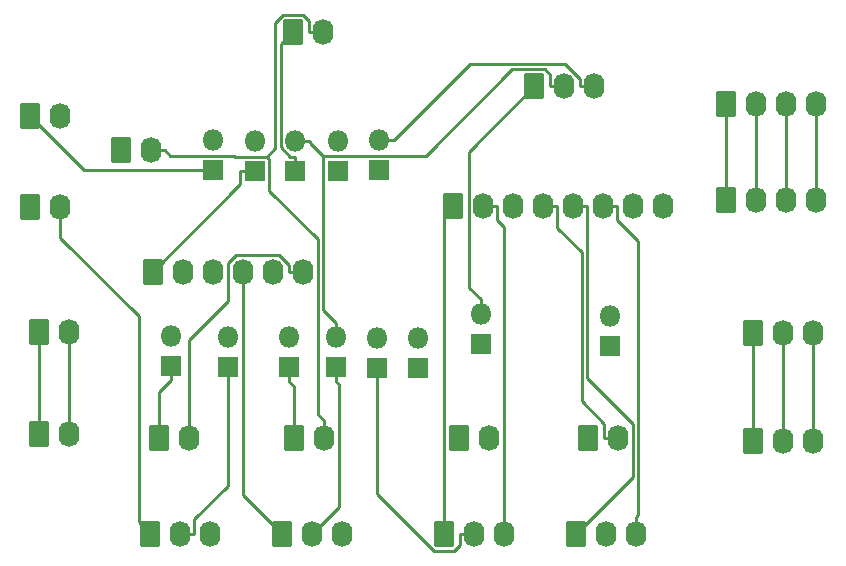
<source format=gbr>
%TF.GenerationSoftware,KiCad,Pcbnew,7.0.9*%
%TF.CreationDate,2023-11-25T10:22:14+10:00*%
%TF.ProjectId,EWS,4557532e-6b69-4636-9164-5f7063625858,rev?*%
%TF.SameCoordinates,Original*%
%TF.FileFunction,Copper,L2,Bot*%
%TF.FilePolarity,Positive*%
%FSLAX46Y46*%
G04 Gerber Fmt 4.6, Leading zero omitted, Abs format (unit mm)*
G04 Created by KiCad (PCBNEW 7.0.9) date 2023-11-25 10:22:14*
%MOMM*%
%LPD*%
G01*
G04 APERTURE LIST*
G04 Aperture macros list*
%AMRoundRect*
0 Rectangle with rounded corners*
0 $1 Rounding radius*
0 $2 $3 $4 $5 $6 $7 $8 $9 X,Y pos of 4 corners*
0 Add a 4 corners polygon primitive as box body*
4,1,4,$2,$3,$4,$5,$6,$7,$8,$9,$2,$3,0*
0 Add four circle primitives for the rounded corners*
1,1,$1+$1,$2,$3*
1,1,$1+$1,$4,$5*
1,1,$1+$1,$6,$7*
1,1,$1+$1,$8,$9*
0 Add four rect primitives between the rounded corners*
20,1,$1+$1,$2,$3,$4,$5,0*
20,1,$1+$1,$4,$5,$6,$7,0*
20,1,$1+$1,$6,$7,$8,$9,0*
20,1,$1+$1,$8,$9,$2,$3,0*%
G04 Aperture macros list end*
%TA.AperFunction,ComponentPad*%
%ADD10RoundRect,0.250000X-0.620000X-0.845000X0.620000X-0.845000X0.620000X0.845000X-0.620000X0.845000X0*%
%TD*%
%TA.AperFunction,ComponentPad*%
%ADD11O,1.740000X2.190000*%
%TD*%
%TA.AperFunction,ComponentPad*%
%ADD12R,1.800000X1.800000*%
%TD*%
%TA.AperFunction,ComponentPad*%
%ADD13O,1.800000X1.800000*%
%TD*%
%TA.AperFunction,Conductor*%
%ADD14C,0.250000*%
%TD*%
G04 APERTURE END LIST*
D10*
%TO.P,J2,1,Pin_1*%
%TO.N,Net-(J2-Pin_1)*%
X98552000Y-82824000D03*
D11*
%TO.P,J2,2,Pin_2*%
%TO.N,Net-(J2-Pin_2)*%
X101092000Y-82824000D03*
%TD*%
D10*
%TO.P,SW7,1,1*%
%TO.N,/ROW5*%
X107900000Y-99860000D03*
D11*
%TO.P,SW7,2,2*%
%TO.N,Net-(D8-K)*%
X110440000Y-99860000D03*
%TO.P,SW7,3,3*%
%TO.N,/ROW6*%
X112980000Y-99860000D03*
%TD*%
D12*
%TO.P,D11,1,K*%
%TO.N,Net-(D11-K)*%
X120210000Y-69180000D03*
D13*
%TO.P,D11,2,A*%
%TO.N,/COL6*%
X120210000Y-66640000D03*
%TD*%
D10*
%TO.P,RV1,1,1*%
%TO.N,/ANALOG_5V*%
X158970000Y-82840000D03*
D11*
%TO.P,RV1,2,2*%
%TO.N,/EW_BRIGHT*%
X161510000Y-82840000D03*
%TO.P,RV1,3,3*%
%TO.N,/ANALOG_GND*%
X164050000Y-82840000D03*
%TD*%
D12*
%TO.P,D7,1,K*%
%TO.N,Net-(D7-K)*%
X109670000Y-85650000D03*
D13*
%TO.P,D7,2,A*%
%TO.N,/COL6*%
X109670000Y-83110000D03*
%TD*%
D10*
%TO.P,J5,1,Pin_1*%
%TO.N,/ANALOG_5V*%
X158970000Y-91984000D03*
D11*
%TO.P,J5,2,Pin_2*%
%TO.N,/EW_BRIGHT*%
X161510000Y-91984000D03*
%TO.P,J5,3,Pin_3*%
%TO.N,/ANALOG_GND*%
X164050000Y-91984000D03*
%TD*%
D10*
%TO.P,SW9,1,1*%
%TO.N,Net-(D9-K)*%
X97790000Y-72250000D03*
D11*
%TO.P,SW9,2,2*%
%TO.N,/ROW5*%
X100330000Y-72250000D03*
%TD*%
D12*
%TO.P,D9,1,K*%
%TO.N,Net-(D9-K)*%
X123800000Y-69180000D03*
D13*
%TO.P,D9,2,A*%
%TO.N,/COL7*%
X123800000Y-66640000D03*
%TD*%
D12*
%TO.P,D4,1,K*%
%TO.N,Net-(D4-K)*%
X127150000Y-85810000D03*
D13*
%TO.P,D4,2,A*%
%TO.N,/COL6*%
X127150000Y-83270000D03*
%TD*%
D10*
%TO.P,J1,1,Pin_1*%
%TO.N,Net-(J1-Pin_1)*%
X156670000Y-71640000D03*
D11*
%TO.P,J1,2,Pin_2*%
%TO.N,Net-(J1-Pin_2)*%
X159210000Y-71640000D03*
%TO.P,J1,3,Pin_3*%
%TO.N,Net-(J1-Pin_3)*%
X161750000Y-71640000D03*
%TO.P,J1,4,Pin_4*%
%TO.N,Net-(J1-Pin_4)*%
X164290000Y-71640000D03*
%TD*%
D10*
%TO.P,SW8,1,1*%
%TO.N,Net-(D7-K)*%
X108708000Y-91740000D03*
D11*
%TO.P,SW8,2,2*%
%TO.N,/ROW4*%
X111248000Y-91740000D03*
%TD*%
D12*
%TO.P,D5,1,K*%
%TO.N,Net-(D5-K)*%
X119660000Y-85730000D03*
D13*
%TO.P,D5,2,A*%
%TO.N,/COL5*%
X119660000Y-83190000D03*
%TD*%
D10*
%TO.P,SW10,1,1*%
%TO.N,Net-(D10-K)*%
X105430000Y-67410000D03*
D11*
%TO.P,SW10,2,2*%
%TO.N,/ROW7*%
X107970000Y-67410000D03*
%TD*%
D12*
%TO.P,D13,1,K*%
%TO.N,Net-(D13-K)*%
X116770000Y-69180000D03*
D13*
%TO.P,D13,2,A*%
%TO.N,/COL7*%
X116770000Y-66640000D03*
%TD*%
D10*
%TO.P,J6,1,Pin_1*%
%TO.N,Net-(D13-K)*%
X108150000Y-77690000D03*
D11*
%TO.P,J6,2,Pin_2*%
%TO.N,/ROW0*%
X110690000Y-77690000D03*
%TO.P,J6,3,Pin_3*%
%TO.N,/ROW1*%
X113230000Y-77690000D03*
%TO.P,J6,4,Pin_4*%
%TO.N,/ROW2*%
X115770000Y-77690000D03*
%TO.P,J6,5,Pin_5*%
%TO.N,/ROW3*%
X118310000Y-77690000D03*
%TO.P,J6,6,Pin_6*%
%TO.N,/ROW4*%
X120850000Y-77690000D03*
%TD*%
D12*
%TO.P,D8,1,K*%
%TO.N,Net-(D8-K)*%
X114510000Y-85730000D03*
D13*
%TO.P,D8,2,A*%
%TO.N,/COL6*%
X114510000Y-83190000D03*
%TD*%
D10*
%TO.P,SW12,1,1*%
%TO.N,Net-(D12-K)*%
X97790000Y-64520000D03*
D11*
%TO.P,SW12,2,2*%
%TO.N,/ROW6*%
X100330000Y-64520000D03*
%TD*%
D10*
%TO.P,J3,1,Pin_1*%
%TO.N,Net-(J2-Pin_1)*%
X98552000Y-91460000D03*
D11*
%TO.P,J3,2,Pin_2*%
%TO.N,Net-(J2-Pin_2)*%
X101092000Y-91460000D03*
%TD*%
D10*
%TO.P,SW5,1,1*%
%TO.N,/ROW2*%
X119078000Y-99860000D03*
D11*
%TO.P,SW5,2,2*%
%TO.N,Net-(D6-K)*%
X121618000Y-99860000D03*
%TO.P,SW5,3,3*%
%TO.N,/ROW3*%
X124158000Y-99860000D03*
%TD*%
D10*
%TO.P,J8,1,Pin_1*%
%TO.N,/ROW0*%
X133590000Y-72150000D03*
D11*
%TO.P,J8,2,Pin_2*%
%TO.N,/ROW1*%
X136130000Y-72150000D03*
%TO.P,J8,3,Pin_3*%
%TO.N,/ROW2*%
X138670000Y-72150000D03*
%TO.P,J8,4,Pin_4*%
%TO.N,/ROW3*%
X141210000Y-72150000D03*
%TO.P,J8,5,Pin_5*%
%TO.N,/ROW4*%
X143750000Y-72150000D03*
%TO.P,J8,6,Pin_6*%
%TO.N,/ROW5*%
X146290000Y-72150000D03*
%TO.P,J8,7,Pin_7*%
%TO.N,/ROW6*%
X148830000Y-72150000D03*
%TO.P,J8,8,Pin_8*%
%TO.N,/ROW7*%
X151370000Y-72150000D03*
%TD*%
D10*
%TO.P,SW3,1,1*%
%TO.N,/ROW0*%
X132794000Y-99860000D03*
D11*
%TO.P,SW3,2,2*%
%TO.N,Net-(D4-K)*%
X135334000Y-99860000D03*
%TO.P,SW3,3,3*%
%TO.N,/ROW1*%
X137874000Y-99860000D03*
%TD*%
D12*
%TO.P,D2,1,K*%
%TO.N,Net-(D2-K)*%
X146900000Y-83940000D03*
D13*
%TO.P,D2,2,A*%
%TO.N,/COL5*%
X146900000Y-81400000D03*
%TD*%
D10*
%TO.P,J7,1,Pin_1*%
%TO.N,/COL5*%
X140462000Y-61976000D03*
D11*
%TO.P,J7,2,Pin_2*%
%TO.N,/COL6*%
X143002000Y-61976000D03*
%TO.P,J7,3,Pin_3*%
%TO.N,/COL7*%
X145542000Y-61976000D03*
%TD*%
D12*
%TO.P,D12,1,K*%
%TO.N,Net-(D12-K)*%
X113284000Y-69088000D03*
D13*
%TO.P,D12,2,A*%
%TO.N,/COL7*%
X113284000Y-66548000D03*
%TD*%
D10*
%TO.P,J4,1,Pin_1*%
%TO.N,Net-(J1-Pin_1)*%
X156670000Y-63492000D03*
D11*
%TO.P,J4,2,Pin_2*%
%TO.N,Net-(J1-Pin_2)*%
X159210000Y-63492000D03*
%TO.P,J4,3,Pin_3*%
%TO.N,Net-(J1-Pin_3)*%
X161750000Y-63492000D03*
%TO.P,J4,4,Pin_4*%
%TO.N,Net-(J1-Pin_4)*%
X164290000Y-63492000D03*
%TD*%
D10*
%TO.P,SW1,1,1*%
%TO.N,/ROW4*%
X143970000Y-99860000D03*
D11*
%TO.P,SW1,2,2*%
%TO.N,Net-(D2-K)*%
X146510000Y-99860000D03*
%TO.P,SW1,3,3*%
%TO.N,/ROW5*%
X149050000Y-99860000D03*
%TD*%
D12*
%TO.P,D1,1,K*%
%TO.N,Net-(D1-K)*%
X135900000Y-83780000D03*
D13*
%TO.P,D1,2,A*%
%TO.N,/COL5*%
X135900000Y-81240000D03*
%TD*%
D12*
%TO.P,D10,1,K*%
%TO.N,Net-(D10-K)*%
X127310000Y-69110000D03*
D13*
%TO.P,D10,2,A*%
%TO.N,/COL7*%
X127310000Y-66570000D03*
%TD*%
D10*
%TO.P,SW2,1,1*%
%TO.N,Net-(D1-K)*%
X145030000Y-91740000D03*
D11*
%TO.P,SW2,2,2*%
%TO.N,/ROW3*%
X147570000Y-91740000D03*
%TD*%
D12*
%TO.P,D3,1,K*%
%TO.N,Net-(D3-K)*%
X130590000Y-85810000D03*
D13*
%TO.P,D3,2,A*%
%TO.N,/COL5*%
X130590000Y-83270000D03*
%TD*%
D10*
%TO.P,SW4,1,1*%
%TO.N,Net-(D3-K)*%
X134108000Y-91740000D03*
D11*
%TO.P,SW4,2,2*%
%TO.N,/ROW6*%
X136648000Y-91740000D03*
%TD*%
D12*
%TO.P,D6,1,K*%
%TO.N,Net-(D6-K)*%
X123640000Y-85765000D03*
D13*
%TO.P,D6,2,A*%
%TO.N,/COL6*%
X123640000Y-83225000D03*
%TD*%
D10*
%TO.P,SW11,1,A*%
%TO.N,Net-(D11-K)*%
X120010000Y-57400000D03*
D11*
%TO.P,SW11,2,B*%
%TO.N,/ROW7*%
X122550000Y-57400000D03*
%TD*%
D10*
%TO.P,SW6,1,1*%
%TO.N,Net-(D5-K)*%
X120138000Y-91740000D03*
D11*
%TO.P,SW6,2,2*%
%TO.N,/ROW7*%
X122678000Y-91740000D03*
%TD*%
D14*
%TO.N,/COL5*%
X134918100Y-79032800D02*
X134918100Y-67519900D01*
X134918100Y-67519900D02*
X140462000Y-61976000D01*
X135900000Y-81240000D02*
X135900000Y-80014700D01*
X135900000Y-80014700D02*
X134918100Y-79032800D01*
%TO.N,Net-(D4-K)*%
X133632600Y-101337300D02*
X134138700Y-100831200D01*
X131964600Y-101337300D02*
X133632600Y-101337300D01*
X135334000Y-99860000D02*
X134138700Y-99860000D01*
X127150000Y-96522700D02*
X131964600Y-101337300D01*
X134138700Y-100831200D02*
X134138700Y-99860000D01*
X127150000Y-85810000D02*
X127150000Y-96522700D01*
%TO.N,Net-(D5-K)*%
X120138000Y-87433300D02*
X120138000Y-91740000D01*
X119660000Y-86955300D02*
X120138000Y-87433300D01*
X119660000Y-85730000D02*
X119660000Y-86955300D01*
%TO.N,Net-(D6-K)*%
X123886100Y-87236400D02*
X123886100Y-97591900D01*
X123886100Y-97591900D02*
X121618000Y-99860000D01*
X123640000Y-86990300D02*
X123886100Y-87236400D01*
X123640000Y-85765000D02*
X123640000Y-86990300D01*
%TO.N,/COL6*%
X120210000Y-66640000D02*
X121435300Y-66640000D01*
X143002000Y-61976000D02*
X141806700Y-61976000D01*
X122574600Y-80934300D02*
X122574600Y-67910000D01*
X141806700Y-61004800D02*
X141806700Y-61976000D01*
X121435300Y-66770700D02*
X122574600Y-67910000D01*
X124320300Y-67852700D02*
X131275900Y-67852700D01*
X138582500Y-60546100D02*
X141348000Y-60546100D01*
X141348000Y-60546100D02*
X141806700Y-61004800D01*
X121435300Y-66640000D02*
X121435300Y-66770700D01*
X123640000Y-83225000D02*
X123640000Y-81999700D01*
X124263000Y-67910000D02*
X124320300Y-67852700D01*
X122574600Y-67910000D02*
X124263000Y-67910000D01*
X123640000Y-81999700D02*
X122574600Y-80934300D01*
X131275900Y-67852700D02*
X138582500Y-60546100D01*
%TO.N,Net-(D7-K)*%
X109670000Y-85650000D02*
X109670000Y-86875300D01*
X109670000Y-86875300D02*
X108708000Y-87837300D01*
X108708000Y-87837300D02*
X108708000Y-91740000D01*
%TO.N,Net-(D8-K)*%
X111635300Y-98664700D02*
X111635300Y-99860000D01*
X110440000Y-99860000D02*
X111635300Y-99860000D01*
X114510000Y-95790000D02*
X111635300Y-98664700D01*
X114510000Y-85730000D02*
X114510000Y-95790000D01*
%TO.N,Net-(D11-K)*%
X120210000Y-69180000D02*
X120210000Y-67954700D01*
X118965100Y-58444900D02*
X120010000Y-57400000D01*
X120210000Y-67954700D02*
X119750500Y-67954700D01*
X119750500Y-67954700D02*
X118965100Y-67169300D01*
X118965100Y-67169300D02*
X118965100Y-58444900D01*
%TO.N,/COL7*%
X143059800Y-60091500D02*
X144346700Y-61378400D01*
X145542000Y-61976000D02*
X144346700Y-61976000D01*
X144346700Y-61378400D02*
X144346700Y-61976000D01*
X135013800Y-60091500D02*
X143059800Y-60091500D01*
X128535300Y-66570000D02*
X135013800Y-60091500D01*
X127310000Y-66570000D02*
X128535300Y-66570000D01*
%TO.N,Net-(D12-K)*%
X102358000Y-69088000D02*
X97790000Y-64520000D01*
X113284000Y-69088000D02*
X102358000Y-69088000D01*
%TO.N,Net-(D13-K)*%
X116770000Y-69180000D02*
X115544700Y-69180000D01*
X108150000Y-77690000D02*
X115544700Y-70295300D01*
X115544700Y-70295300D02*
X115544700Y-69180000D01*
%TO.N,/ANALOG_5V*%
X158970000Y-91984000D02*
X158970000Y-82840000D01*
%TO.N,/EW_BRIGHT*%
X161510000Y-91984000D02*
X161510000Y-82840000D01*
%TO.N,/ANALOG_GND*%
X164050000Y-91984000D02*
X164050000Y-82840000D01*
%TO.N,/ROW0*%
X133590000Y-72150000D02*
X132794000Y-72946000D01*
X132794000Y-72946000D02*
X132794000Y-99860000D01*
%TO.N,/ROW1*%
X137325300Y-72150000D02*
X137325300Y-73345300D01*
X137325300Y-73345300D02*
X137874000Y-73894000D01*
X136130000Y-72150000D02*
X137325300Y-72150000D01*
X137874000Y-73894000D02*
X137874000Y-99860000D01*
%TO.N,/ROW2*%
X115770000Y-96552000D02*
X119078000Y-99860000D01*
X115770000Y-77690000D02*
X115770000Y-96552000D01*
%TO.N,/ROW3*%
X142405300Y-72150000D02*
X142405300Y-73982100D01*
X142405300Y-73982100D02*
X144467000Y-76043800D01*
X144467000Y-76043800D02*
X144467000Y-88637000D01*
X147570000Y-91740000D02*
X146374700Y-91740000D01*
X146374700Y-90544700D02*
X146374700Y-91740000D01*
X144467000Y-88637000D02*
X146374700Y-90544700D01*
X141210000Y-72150000D02*
X142405300Y-72150000D01*
%TO.N,/ROW4*%
X119654700Y-77092400D02*
X119654700Y-77690000D01*
X114500000Y-80178800D02*
X114500000Y-76984900D01*
X143750000Y-72150000D02*
X144945300Y-72150000D01*
X115225200Y-76259700D02*
X118822000Y-76259700D01*
X111248000Y-83430800D02*
X114500000Y-80178800D01*
X144945300Y-86729000D02*
X148765400Y-90549100D01*
X120850000Y-77690000D02*
X119654700Y-77690000D01*
X114500000Y-76984900D02*
X115225200Y-76259700D01*
X111248000Y-91740000D02*
X111248000Y-83430800D01*
X144945300Y-72150000D02*
X144945300Y-86729000D01*
X118822000Y-76259700D02*
X119654700Y-77092400D01*
X148765400Y-95064600D02*
X143970000Y-99860000D01*
X148765400Y-90549100D02*
X148765400Y-95064600D01*
%TO.N,/ROW5*%
X149216000Y-75076000D02*
X149216000Y-98273700D01*
X149050000Y-99860000D02*
X149050000Y-98439700D01*
X106953600Y-81478500D02*
X100330000Y-74854900D01*
X100330000Y-74854900D02*
X100330000Y-72250000D01*
X106953600Y-98913600D02*
X106953600Y-81478500D01*
X107900000Y-99860000D02*
X106953600Y-98913600D01*
X149216000Y-98273700D02*
X149050000Y-98439700D01*
X146290000Y-72150000D02*
X147485300Y-72150000D01*
X147485300Y-72150000D02*
X147485300Y-73345300D01*
X147485300Y-73345300D02*
X149216000Y-75076000D01*
%TO.N,/ROW7*%
X109617900Y-67862600D02*
X115002300Y-67862600D01*
X122112900Y-89754600D02*
X122678000Y-90319700D01*
X107970000Y-67410000D02*
X109165300Y-67410000D01*
X122550000Y-57400000D02*
X121354700Y-57400000D01*
X119212100Y-55916100D02*
X118514700Y-56613500D01*
X117995400Y-70834200D02*
X122112900Y-74951700D01*
X120842000Y-55916100D02*
X119212100Y-55916100D01*
X117804700Y-67954600D02*
X117995400Y-68145300D01*
X122112900Y-74951700D02*
X122112900Y-89754600D01*
X122678000Y-91740000D02*
X122678000Y-90319700D01*
X118514700Y-56613500D02*
X118514700Y-67244600D01*
X115002300Y-67862600D02*
X115094300Y-67954600D01*
X121354700Y-57400000D02*
X121354700Y-56428800D01*
X121354700Y-56428800D02*
X120842000Y-55916100D01*
X115094300Y-67954600D02*
X117804700Y-67954600D01*
X117995400Y-68145300D02*
X117995400Y-70834200D01*
X118514700Y-67244600D02*
X117804700Y-67954600D01*
X109165300Y-67410000D02*
X109617900Y-67862600D01*
%TO.N,Net-(J1-Pin_1)*%
X156670000Y-63492000D02*
X156670000Y-71640000D01*
%TO.N,Net-(J1-Pin_2)*%
X159210000Y-63492000D02*
X159210000Y-71640000D01*
%TO.N,Net-(J1-Pin_3)*%
X161750000Y-63492000D02*
X161750000Y-71640000D01*
%TO.N,Net-(J1-Pin_4)*%
X164290000Y-63492000D02*
X164290000Y-71640000D01*
%TO.N,Net-(J2-Pin_1)*%
X98552000Y-91460000D02*
X98552000Y-82824000D01*
%TO.N,Net-(J2-Pin_2)*%
X101092000Y-91460000D02*
X101092000Y-82824000D01*
%TD*%
M02*

</source>
